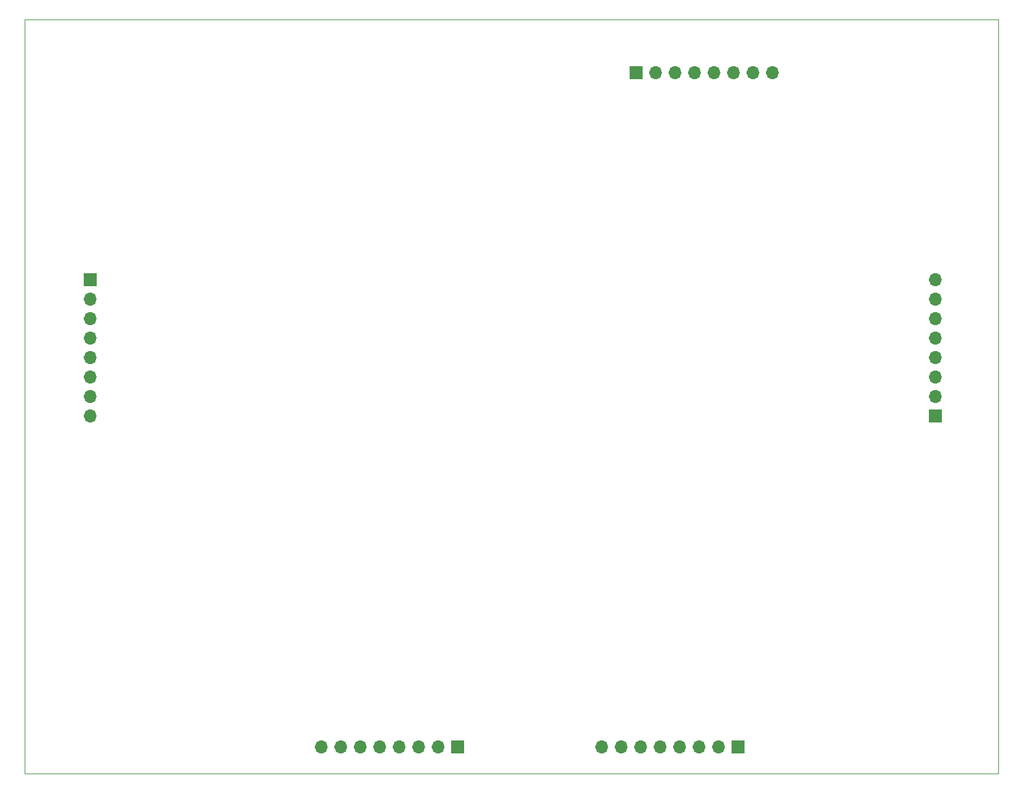
<source format=gbr>
%TF.GenerationSoftware,KiCad,Pcbnew,6.0.6*%
%TF.CreationDate,2022-09-03T22:52:37+02:00*%
%TF.ProjectId,fake8080c,66616b65-3830-4383-9063-2e6b69636164,rev?*%
%TF.SameCoordinates,Original*%
%TF.FileFunction,Soldermask,Bot*%
%TF.FilePolarity,Negative*%
%FSLAX46Y46*%
G04 Gerber Fmt 4.6, Leading zero omitted, Abs format (unit mm)*
G04 Created by KiCad (PCBNEW 6.0.6) date 2022-09-03 22:52:37*
%MOMM*%
%LPD*%
G01*
G04 APERTURE LIST*
%TA.AperFunction,Profile*%
%ADD10C,0.100000*%
%TD*%
%ADD11R,1.700000X1.700000*%
%ADD12O,1.700000X1.700000*%
G04 APERTURE END LIST*
D10*
X225425000Y-41275000D02*
X98425000Y-41275000D01*
X98425000Y-41275000D02*
X98425000Y-139700000D01*
X98425000Y-139700000D02*
X225425000Y-139700000D01*
X225425000Y-139700000D02*
X225425000Y-41275000D01*
D11*
%TO.C,J105*%
X106997500Y-75247500D03*
D12*
X106997500Y-77787500D03*
X106997500Y-80327500D03*
X106997500Y-82867500D03*
X106997500Y-85407500D03*
X106997500Y-87947500D03*
X106997500Y-90487500D03*
X106997500Y-93027500D03*
%TD*%
D11*
%TO.C,J104*%
X217170000Y-93012500D03*
D12*
X217170000Y-90472500D03*
X217170000Y-87932500D03*
X217170000Y-85392500D03*
X217170000Y-82852500D03*
X217170000Y-80312500D03*
X217170000Y-77772500D03*
X217170000Y-75232500D03*
%TD*%
D11*
%TO.C,J103*%
X178132500Y-48260000D03*
D12*
X180672500Y-48260000D03*
X183212500Y-48260000D03*
X185752500Y-48260000D03*
X188292500Y-48260000D03*
X190832500Y-48260000D03*
X193372500Y-48260000D03*
X195912500Y-48260000D03*
%TD*%
D11*
%TO.C,J102*%
X154925000Y-136207500D03*
D12*
X152385000Y-136207500D03*
X149845000Y-136207500D03*
X147305000Y-136207500D03*
X144765000Y-136207500D03*
X142225000Y-136207500D03*
X139685000Y-136207500D03*
X137145000Y-136207500D03*
%TD*%
D11*
%TO.C,J101*%
X191452500Y-136207500D03*
D12*
X188912500Y-136207500D03*
X186372500Y-136207500D03*
X183832500Y-136207500D03*
X181292500Y-136207500D03*
X178752500Y-136207500D03*
X176212500Y-136207500D03*
X173672500Y-136207500D03*
%TD*%
M02*

</source>
